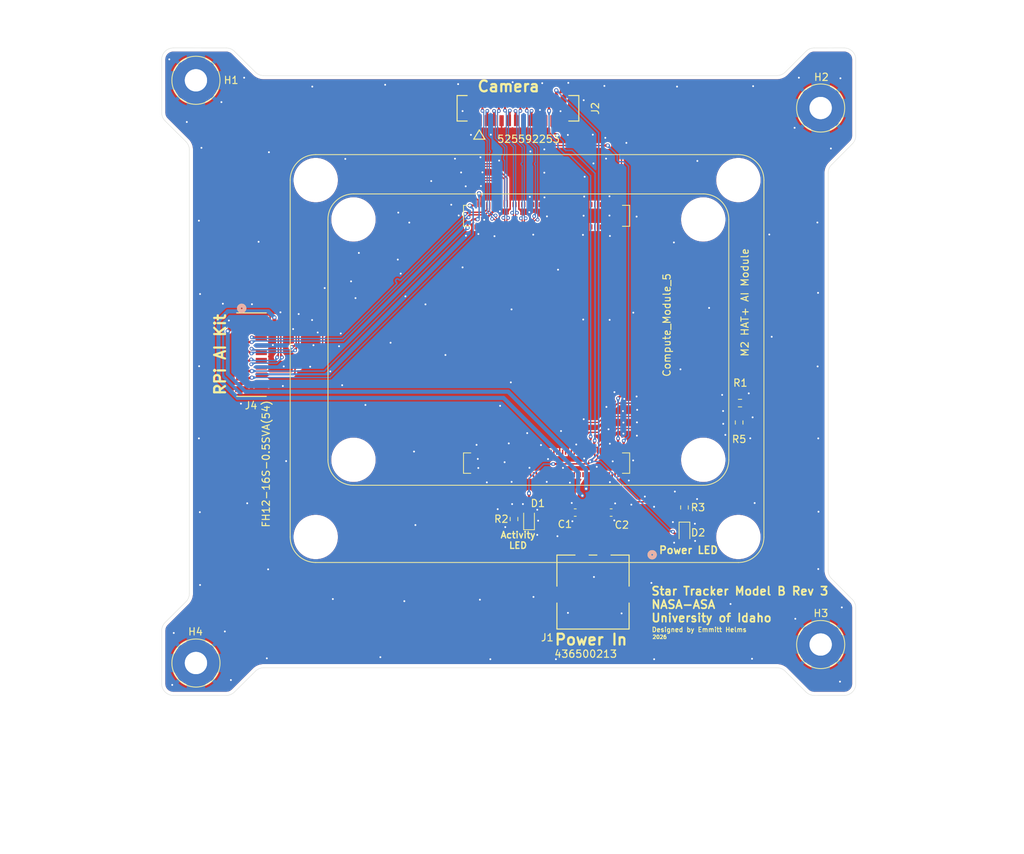
<source format=kicad_pcb>
(kicad_pcb
	(version 20241229)
	(generator "pcbnew")
	(generator_version "9.0")
	(general
		(thickness 1.6)
		(legacy_teardrops no)
	)
	(paper "USLetter")
	(title_block
		(title "Star Tracker Model B PCB Layout")
		(date "2026-02-18")
		(rev "3")
		(company "Univeristy of Idaho")
		(comment 1 "NASA-ASA")
		(comment 2 "Designed by Emmitt Helms")
		(comment 3 "Interdisciplinary Capstone Design, 2025-2026")
	)
	(layers
		(0 "F.Cu" signal)
		(2 "B.Cu" signal)
		(9 "F.Adhes" user "F.Adhesive")
		(11 "B.Adhes" user "B.Adhesive")
		(13 "F.Paste" user)
		(15 "B.Paste" user)
		(5 "F.SilkS" user "F.Silkscreen")
		(7 "B.SilkS" user "B.Silkscreen")
		(1 "F.Mask" user)
		(3 "B.Mask" user)
		(17 "Dwgs.User" user "User.Drawings")
		(19 "Cmts.User" user "User.Comments")
		(21 "Eco1.User" user "User.Eco1")
		(23 "Eco2.User" user "User.Eco2")
		(25 "Edge.Cuts" user)
		(27 "Margin" user)
		(31 "F.CrtYd" user "F.Courtyard")
		(29 "B.CrtYd" user "B.Courtyard")
		(35 "F.Fab" user)
		(33 "B.Fab" user)
		(39 "User.1" user)
		(41 "User.2" user)
		(43 "User.3" user)
		(45 "User.4" user)
	)
	(setup
		(stackup
			(layer "F.SilkS"
				(type "Top Silk Screen")
			)
			(layer "F.Paste"
				(type "Top Solder Paste")
			)
			(layer "F.Mask"
				(type "Top Solder Mask")
				(thickness 0.01)
			)
			(layer "F.Cu"
				(type "copper")
				(thickness 0.035)
			)
			(layer "dielectric 1"
				(type "core")
				(thickness 1.51)
				(material "FR4")
				(epsilon_r 4.5)
				(loss_tangent 0.02)
			)
			(layer "B.Cu"
				(type "copper")
				(thickness 0.035)
			)
			(layer "B.Mask"
				(type "Bottom Solder Mask")
				(thickness 0.01)
			)
			(layer "B.Paste"
				(type "Bottom Solder Paste")
			)
			(layer "B.SilkS"
				(type "Bottom Silk Screen")
			)
			(copper_finish "ENIG")
			(dielectric_constraints yes)
		)
		(pad_to_mask_clearance 0)
		(allow_soldermask_bridges_in_footprints no)
		(tenting front back)
		(pcbplotparams
			(layerselection 0x00000000_00000000_55555555_5755f5ff)
			(plot_on_all_layers_selection 0x00000000_00000000_00000000_0a000000)
			(disableapertmacros no)
			(usegerberextensions yes)
			(usegerberattributes no)
			(usegerberadvancedattributes yes)
			(creategerberjobfile yes)
			(dashed_line_dash_ratio 12.000000)
			(dashed_line_gap_ratio 3.000000)
			(svgprecision 4)
			(plotframeref yes)
			(mode 1)
			(useauxorigin no)
			(hpglpennumber 1)
			(hpglpenspeed 20)
			(hpglpendiameter 15.000000)
			(pdf_front_fp_property_popups yes)
			(pdf_back_fp_property_popups yes)
			(pdf_metadata yes)
			(pdf_single_document no)
			(dxfpolygonmode yes)
			(dxfimperialunits yes)
			(dxfusepcbnewfont yes)
			(psnegative no)
			(psa4output no)
			(plot_black_and_white yes)
			(sketchpadsonfab no)
			(plotpadnumbers no)
			(hidednponfab no)
			(sketchdnponfab yes)
			(crossoutdnponfab yes)
			(subtractmaskfromsilk no)
			(outputformat 1)
			(mirror no)
			(drillshape 0)
			(scaleselection 1)
			(outputdirectory "../../../../UIdaho/ECE 4800-4810/Star Tracker/")
		)
	)
	(net 0 "")
	(net 1 "GND")
	(net 2 "/+5v")
	(net 3 "/+3.3v")
	(net 4 "Net-(D1-K)")
	(net 5 "Net-(D2-K)")
	(net 6 "/DPHY0_C_P")
	(net 7 "/DPHY0_D2_N")
	(net 8 "/DPHY0_C_N")
	(net 9 "/CAM_GPIO1")
	(net 10 "/DPHY0_D0_P")
	(net 11 "/DPHY0_D1_P")
	(net 12 "/CAM_GPIO0")
	(net 13 "/DPHY0_D2_P")
	(net 14 "/DPHY0_D3_P")
	(net 15 "/SCL0")
	(net 16 "/DPHY0_D0_N")
	(net 17 "/SDA0")
	(net 18 "/DPHY0_D3_N")
	(net 19 "/DPHY0_D1_N")
	(net 20 "/PCIE_nCLKREQ")
	(net 21 "/PCIe_nRST")
	(net 22 "/PCIe_RX_P")
	(net 23 "/PCIE_nWAKE")
	(net 24 "/PCIe_TX_P")
	(net 25 "/PCIe_CLK_P")
	(net 26 "/PCIe_CLK_N")
	(net 27 "/PCIe_TX_N")
	(net 28 "/PCIE_PWR_EN")
	(net 29 "/PCIe_RX_N")
	(net 30 "unconnected-(Module1B-HDMI0_CLK_P-Pad188)")
	(net 31 "unconnected-(Module1B-HDMI1_TX2_P-Pad146)")
	(net 32 "unconnected-(Module1B-HDMI1_TX1_P-Pad152)")
	(net 33 "unconnected-(Module1B-VBUS_EN-Pad111)")
	(net 34 "unconnected-(Module1B-HDMI1_TX0_N-Pad160)")
	(net 35 "unconnected-(Module1B-MIPI1_D2_N-Pad193)")
	(net 36 "unconnected-(Module1B-HDMI0_HOTPLUG-Pad153)")
	(net 37 "unconnected-(Module1B-HDMI1_TX2_N-Pad148)")
	(net 38 "unconnected-(Module1B-HDMI0_TX0_P-Pad182)")
	(net 39 "unconnected-(Module1A-ID_SD-Pad36)")
	(net 40 "unconnected-(Module1A-ID_SC-Pad35)")
	(net 41 "unconnected-(Module1B-HDMI1_HOTPLUG-Pad143)")
	(net 42 "unconnected-(Module1B-USB3-0-TX_N-Pad140)")
	(net 43 "unconnected-(Module1A-Ethernet_Pair3_N-Pad5)")
	(net 44 "unconnected-(Module1A-GPIO19-Pad26)")
	(net 45 "unconnected-(Module1A-SD_DAT7-Pad70)")
	(net 46 "unconnected-(Module1A-Ethernet_SYNC_OUT(3.3v)-Pad18)")
	(net 47 "unconnected-(Module1A-GPIO9-Pad40)")
	(net 48 "unconnected-(Module1B-USB3-1-TX_P-Pad171)")
	(net 49 "unconnected-(Module1A-Ethernet_Pair2_P-Pad11)")
	(net 50 "unconnected-(Module1A-GPIO4-Pad54)")
	(net 51 "unconnected-(Module1A-Ethernet_Pair3_P-Pad3)")
	(net 52 "unconnected-(Module1A-GPIO27-Pad48)")
	(net 53 "unconnected-(Module1B-USB3-0-RX_P-Pad130)")
	(net 54 "unconnected-(Module1B-USB3-1-D_N-Pad165)")
	(net 55 "unconnected-(Module1A-Ethernet_Pair0_P-Pad12)")
	(net 56 "unconnected-(Module1A-GPIO6-Pad30)")
	(net 57 "unconnected-(Module1B-HDMI0_CLK_N-Pad190)")
	(net 58 "unconnected-(Module1A-GPIO12-Pad31)")
	(net 59 "unconnected-(Module1A-GPIO16-Pad29)")
	(net 60 "unconnected-(Module1A-SD_DAT5-Pad64)")
	(net 61 "unconnected-(Module1B-HDMI0_TX2_P-Pad170)")
	(net 62 "unconnected-(Module1B-HDMI0_SDA-Pad199)")
	(net 63 "unconnected-(Module1A-GPIO13-Pad28)")
	(net 64 "unconnected-(Module1B-MIPI1_D1_P-Pad183)")
	(net 65 "unconnected-(Module1B-USB_OTG_ID-Pad101)")
	(net 66 "unconnected-(Module1B-USB3-0-D_P-Pad134)")
	(net 67 "unconnected-(Module1A-GPIO10-Pad44)")
	(net 68 "unconnected-(Module1A-GPIO11-Pad38)")
	(net 69 "unconnected-(Module1A-GPIO14-Pad55)")
	(net 70 "unconnected-(Module1A-Ethernet_nLED2(3.3v)-Pad17)")
	(net 71 "unconnected-(Module1B-HDMI1_SCL-Pad147)")
	(net 72 "unconnected-(Module1A-WiFi_nDisable-Pad89)")
	(net 73 "unconnected-(Module1B-HDMI1_TX1_N-Pad154)")
	(net 74 "unconnected-(Module1A-Ethernet_Pair1_N-Pad6)")
	(net 75 "unconnected-(Module1A-GPIO18-Pad49)")
	(net 76 "unconnected-(Module1B-USB3-1-RX_P-Pad159)")
	(net 77 "unconnected-(Module1B-MIPI1_D3_P-Pad196)")
	(net 78 "unconnected-(Module1B-MIPI1_C_P-Pad189)")
	(net 79 "/VBAT")
	(net 80 "unconnected-(Module1B-HDMI1_CEC-Pad149)")
	(net 81 "unconnected-(Module1B-USB3-1-D_P-Pad163)")
	(net 82 "unconnected-(Module1A-nRPIBOOT-Pad93)")
	(net 83 "unconnected-(Module1B-HDMI0_TX2_N-Pad172)")
	(net 84 "unconnected-(Module1A-GPIO26-Pad24)")
	(net 85 "unconnected-(Module1A-GPIO23-Pad47)")
	(net 86 "unconnected-(Module1A-GPIO3-Pad56)")
	(net 87 "unconnected-(Module1B-USB3-0-RX_N-Pad128)")
	(net 88 "unconnected-(Module1B-USB3-0-TX_P-Pad142)")
	(net 89 "unconnected-(Module1B-HDMI0_TX1_N-Pad178)")
	(net 90 "unconnected-(Module1A-GPIO21-Pad25)")
	(net 91 "unconnected-(Module1A-GPIO25-Pad41)")
	(net 92 "unconnected-(Module1B-HDMI0_TX1_P-Pad176)")
	(net 93 "unconnected-(Module1B-HDMI0_SCL-Pad200)")
	(net 94 "unconnected-(Module1A-Ethernet_Pair0_N-Pad10)")
	(net 95 "unconnected-(Module1B-MIPI1_D1_N-Pad181)")
	(net 96 "Net-(Module1A-+1.8v_(Output)-Pad88)")
	(net 97 "unconnected-(Module1A-Ethernet_Pair2_N-Pad9)")
	(net 98 "unconnected-(Module1B-USB3-0-D_N-Pad136)")
	(net 99 "unconnected-(Module1B-MIPI1_D2_P-Pad195)")
	(net 100 "unconnected-(Module1A-BT_nDisable-Pad91)")
	(net 101 "unconnected-(Module1A-GPIO2-Pad58)")
	(net 102 "unconnected-(Module1A-SD_DAT4-Pad68)")
	(net 103 "unconnected-(Module1B-HDMI1_CLK_N-Pad166)")
	(net 104 "unconnected-(Module1A-GPIO22-Pad46)")
	(net 105 "/GPIO_VREF")
	(net 106 "unconnected-(Module1B-MIPI1_C_N-Pad187)")
	(net 107 "unconnected-(Module1A-GPIO5-Pad34)")
	(net 108 "unconnected-(Module1B-MIPI1_D0_N-Pad175)")
	(net 109 "unconnected-(Module1A-GPIO24-Pad45)")
	(net 110 "unconnected-(Module1B-MIPI1_D3_N-Pad194)")
	(net 111 "unconnected-(Module1B-HDMI0_CEC-Pad151)")
	(net 112 "unconnected-(Module1A-Ethernet_Pair1_P-Pad4)")
	(net 113 "unconnected-(Module1B-HDMI1_CLK_P-Pad164)")
	(net 114 "unconnected-(Module1B-USB3-1-RX_N-Pad157)")
	(net 115 "unconnected-(Module1B-USB3-1-TX_N-Pad169)")
	(net 116 "unconnected-(Module1B-HDMI0_TX0_N-Pad184)")
	(net 117 "unconnected-(Module1A-GPIO15-Pad51)")
	(net 118 "unconnected-(Module1A-GPIO7-Pad37)")
	(net 119 "unconnected-(Module1A-FAN_TACHO-Pad16)")
	(net 120 "unconnected-(Module1A-EEPROM_nWP-Pad20)")
	(net 121 "unconnected-(Module1B-MIPI1_D0_P-Pad177)")
	(net 122 "unconnected-(Module1A-Ethernet_nLED3(3.3v)-Pad15)")
	(net 123 "unconnected-(Module1A-GPIO20-Pad27)")
	(net 124 "unconnected-(Module1A-SD_VDD_Override-Pad73)")
	(net 125 "unconnected-(Module1B-HDMI1_TX0_P-Pad158)")
	(net 126 "unconnected-(Module1A-GPIO17-Pad50)")
	(net 127 "unconnected-(Module1A-SD_DAT6-Pad72)")
	(net 128 "unconnected-(Module1A-FAN_PWM-Pad19)")
	(net 129 "unconnected-(Module1B-HDMI1_SDA-Pad145)")
	(net 130 "unconnected-(Module1A-GPIO8-Pad39)")
	(net 131 "/LED_nPWR")
	(net 132 "/LED_nACT")
	(net 133 "unconnected-(Module1B-USB2_P-Pad105)")
	(net 134 "unconnected-(Module1A-PWR_BUT-Pad92)")
	(net 135 "unconnected-(Module1A-CC1-Pad94)")
	(net 136 "unconnected-(Module1A-CC2-Pad96)")
	(net 137 "unconnected-(Module1A-PMIC_ENABLE-Pad99)")
	(net 138 "unconnected-(Module1B-USB2_N-Pad103)")
	(net 139 "unconnected-(Module1A-SD_PWR_ON-Pad75)")
	(net 140 "unconnected-(Module1A-SD_DAT1-Pad67)")
	(net 141 "unconnected-(Module1A-SD_CLK-Pad57)")
	(net 142 "unconnected-(Module1A-SD_DAT0-Pad63)")
	(net 143 "unconnected-(Module1A-SD_DAT3-Pad61)")
	(net 144 "unconnected-(Module1A-SD_CMD-Pad62)")
	(net 145 "unconnected-(Module1A-SD_DAT2-Pad69)")
	(footprint "Capacitor_SMD:C_0603_1608Metric" (layer "F.Cu") (at 147.65 107.73))
	(footprint (layer "F.Cu") (at 90.67254 48.374229))
	(footprint "TestPoint:TestPoint_THTPad_D4.0mm_Drill2.0mm" (layer "F.Cu") (at 176.39746 52.184389))
	(footprint "LED_SMD:LED_0603_1608Metric" (layer "F.Cu") (at 136.38 108.5975 90))
	(footprint "TestPoint:TestPoint_THTPad_D4.0mm_Drill2.0mm" (layer "F.Cu") (at 90.67254 48.374229))
	(footprint "CM5IO:HRS_FH12-16S-0.5SVA_54_" (layer "F.Cu") (at 98.2962 86.045909 90))
	(footprint "CM5IO:Raspberry-Pi-5-Compute-Module" (layer "F.Cu") (at 165.11 111.079309 90))
	(footprint "CM5IO:Raspberry-Pi-5-Compute-Module" (layer "F.Cu") (at 160.29 100.479309 90))
	(footprint "CM5IO:CON_525592253_MOL" (layer "F.Cu") (at 134.860012 52.519309))
	(footprint "CM5IO:CONN_SD-43650-005_02_MOL" (layer "F.Cu") (at 145.16 118.64))
	(footprint "Resistor_SMD:R_0603_1608Metric" (layer "F.Cu") (at 165.33 92.7 180))
	(footprint "TestPoint:TestPoint_THTPad_D4.0mm_Drill2.0mm" (layer "F.Cu") (at 90.67508 128.384389))
	(footprint "Capacitor_SMD:C_0603_1608Metric"
		(layer "F.Cu")
		(uuid "bbe53335-47f2-4389-9a5a-4f5af25773e5")
		(at 142.72 107.73 180)
		(descr "Capacitor SMD 0603 (1608 Metric), square (rectangular) end terminal, IPC-7351 nominal, (Body size source: IPC-SM-782 page 76, https://www.pcb-3d.com/wordpress/wp-content/uploads/ipc-sm-782a_amendment_1_and_2.pdf), generated with kicad-footprint-generator")
		(tags "capacitor")
		(property "Reference" "C1"
			(at 1.42 -1.59 0)
			(layer "F.SilkS")
			(uuid "0a9e1058-8c6a-4829-b204-31b222e69411")
			(effects
				(font
					(size 1 1)
					(thickness 0.15)
				)
			)
		)
		(property "Value" "100n"
			(at 1.97 -3.26 0)
			(layer "F.Fab")
			(uuid "8cb13f4a-3bc3-4cfc-957c-bb5ed59a7b1a")
			(effects
				(font
					(size 1 1)
					(thickness 0.15)
				)
			)
		)
		(property "Datasheet" "https://search.murata.co.jp/Ceramy/image/img/A01X/G101/ENG/GRM155R71C104KA88-01.pdf"
			(at 0 0 0)
			(layer "F.Fab")
			(hide yes)
			(uuid "43408851-8ee7-4263-a4b6-e0b2143a116b")
			(effects
				(font
					(size 1.27 1.27)
					(thickness 0.15)
				)
			)
		)
		(property "Description" ""
			(at 0 0 0)
			(layer "F.Fab")
			(hide yes)
			(uuid "71b6308d-73d7-41d3-a0d5-4dc5c213b01e")
			(effects
				(font
					(size 1.27 1.27)
					(thickness 0.15)
				)
			)
		)
		(property "Field4" "Farnell"
			(at 0 0 180)
			(unlocked yes)
			(layer "F.Fab")
			(hide yes)
			(uuid "b351152e-489d-426b-8fb3-160873a977f5")
			(effects
				(font
					(size 1 1)
					(thickness 0.15)
				)
			)
		)
		(property "Field5" "2611911"
			(at 0 0 180)
			(unlocked yes)
			(layer "F.Fab")
			(hide yes)
			(uuid "6dc028d3-29a0-404a-a92a-873a503b10dd")
			(effects
				(font
					(size 1 1)
					(thickness 0.15)
				)
			)
		)
		(property "Field6" "RM EMK105 B7104KV-F"
			(at 0 0 180)
			(unlocked yes)
			(layer "F.Fab")
			(hide yes)
			(uuid "492e6d34-52cd-4524-9d94-97e533c843ac")
			(effects
				(font
					(size 1 1)
					(thickness 0.15)
				)
			)
		)
		(property "Field7" "TAIYO YUDEN EUROPE GMBH"
			(at 0 0 180)
			(unlocked yes)
			(layer "F.Fab")
			(hide yes)
			(uuid "29e367d4-dfec-4e4e-b7f4-b3b0f2db9373")
			(effects
				(font
					(size 1 1)
					(thickness 0.15)
				)
			)
		)
		(property "Field8" "110091611"
			(at 0 0 180)
			(unlocked yes)
			(layer "F.Fab")
			(hide yes)
			(uuid "8d257f09-0fa4-4e17-b328-3a10f48fbdd3")
			(effects
				(font
					(size 1 1)
					(thickness 0.15)
				)
			)
		)
		(property "Part Description" "	0.1uF 10% 16V Ceramic Capacitor X7R 0402 (1005 Metric)"
			(at 0 0 180)
			(unlocked yes)
			(layer "F.Fab")
			(hide yes)
			(uuid "bc873bc2-2d5c-48a3-86d6-da2fb43d9b02")
			(effects
				(font
					(size 1 1)
					(thickness 0.15)
				)
			)
		)
		(attr smd)
		(fp_line
			(start -0.14058 0.51)
			(end 0.14058 0.51)
			(stroke
				(width 0.12)
				(type solid)
			)
			(layer "F.SilkS")
			(uuid
... [713457 chars truncated]
</source>
